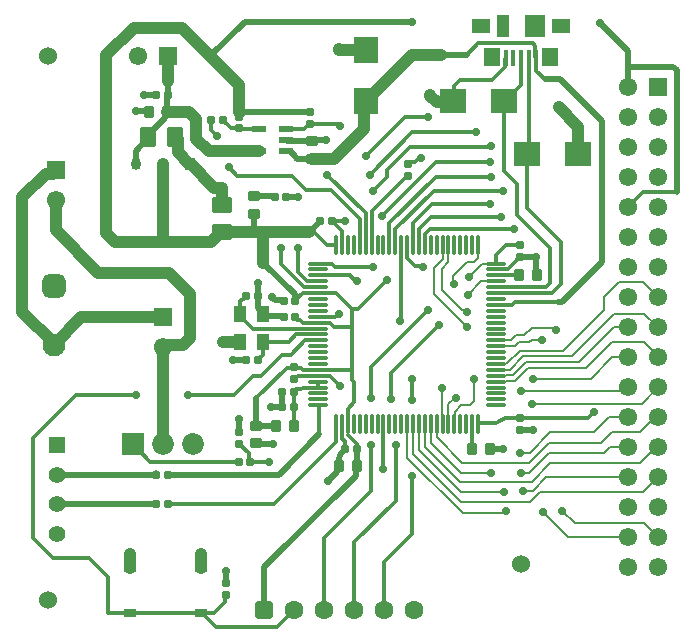
<source format=gbr>
%TF.GenerationSoftware,Altium Limited,Altium Designer,25.5.2 (35)*%
G04 Layer_Physical_Order=1*
G04 Layer_Color=255*
%FSLAX45Y45*%
%MOMM*%
%TF.SameCoordinates,B6F2B0AA-6BD2-4F7B-97A5-C3F0DAB7D88F*%
%TF.FilePolarity,Positive*%
%TF.FileFunction,Copper,L1,Top,Signal*%
%TF.Part,Single*%
G01*
G75*
%TA.AperFunction,Conductor*%
%ADD10C,0.50000*%
%ADD11C,0.30000*%
%TA.AperFunction,SMDPad,CuDef*%
%ADD12O,0.30000X1.80000*%
%ADD13O,1.80000X0.30000*%
G04:AMPARAMS|DCode=14|XSize=1.3mm|YSize=1.1mm|CornerRadius=0.055mm|HoleSize=0mm|Usage=FLASHONLY|Rotation=270.000|XOffset=0mm|YOffset=0mm|HoleType=Round|Shape=RoundedRectangle|*
%AMROUNDEDRECTD14*
21,1,1.30000,0.99000,0,0,270.0*
21,1,1.19000,1.10000,0,0,270.0*
1,1,0.11000,-0.49500,-0.59500*
1,1,0.11000,-0.49500,0.59500*
1,1,0.11000,0.49500,0.59500*
1,1,0.11000,0.49500,-0.59500*
%
%ADD14ROUNDEDRECTD14*%
G04:AMPARAMS|DCode=15|XSize=0.6mm|YSize=0.7mm|CornerRadius=0.075mm|HoleSize=0mm|Usage=FLASHONLY|Rotation=180.000|XOffset=0mm|YOffset=0mm|HoleType=Round|Shape=RoundedRectangle|*
%AMROUNDEDRECTD15*
21,1,0.60000,0.55000,0,0,180.0*
21,1,0.45000,0.70000,0,0,180.0*
1,1,0.15000,-0.22500,0.27500*
1,1,0.15000,0.22500,0.27500*
1,1,0.15000,0.22500,-0.27500*
1,1,0.15000,-0.22500,-0.27500*
%
%ADD15ROUNDEDRECTD15*%
%ADD16R,1.00000X0.75000*%
G04:AMPARAMS|DCode=17|XSize=0.6mm|YSize=0.7mm|CornerRadius=0.075mm|HoleSize=0mm|Usage=FLASHONLY|Rotation=270.000|XOffset=0mm|YOffset=0mm|HoleType=Round|Shape=RoundedRectangle|*
%AMROUNDEDRECTD17*
21,1,0.60000,0.55000,0,0,270.0*
21,1,0.45000,0.70000,0,0,270.0*
1,1,0.15000,-0.27500,-0.22500*
1,1,0.15000,-0.27500,0.22500*
1,1,0.15000,0.27500,0.22500*
1,1,0.15000,0.27500,-0.22500*
%
%ADD17ROUNDEDRECTD17*%
G04:AMPARAMS|DCode=18|XSize=0.8mm|YSize=1mm|CornerRadius=0.1mm|HoleSize=0mm|Usage=FLASHONLY|Rotation=90.000|XOffset=0mm|YOffset=0mm|HoleType=Round|Shape=RoundedRectangle|*
%AMROUNDEDRECTD18*
21,1,0.80000,0.80000,0,0,90.0*
21,1,0.60000,1.00000,0,0,90.0*
1,1,0.20000,0.40000,0.30000*
1,1,0.20000,0.40000,-0.30000*
1,1,0.20000,-0.40000,-0.30000*
1,1,0.20000,-0.40000,0.30000*
%
%ADD18ROUNDEDRECTD18*%
%ADD19R,0.87213X1.00429*%
G04:AMPARAMS|DCode=20|XSize=0.8mm|YSize=1mm|CornerRadius=0.1mm|HoleSize=0mm|Usage=FLASHONLY|Rotation=0.000|XOffset=0mm|YOffset=0mm|HoleType=Round|Shape=RoundedRectangle|*
%AMROUNDEDRECTD20*
21,1,0.80000,0.80000,0,0,0.0*
21,1,0.60000,1.00000,0,0,0.0*
1,1,0.20000,0.30000,-0.40000*
1,1,0.20000,-0.30000,-0.40000*
1,1,0.20000,-0.30000,0.40000*
1,1,0.20000,0.30000,0.40000*
%
%ADD20ROUNDEDRECTD20*%
G04:AMPARAMS|DCode=21|XSize=1.4mm|YSize=1.7mm|CornerRadius=0.175mm|HoleSize=0mm|Usage=FLASHONLY|Rotation=180.000|XOffset=0mm|YOffset=0mm|HoleType=Round|Shape=RoundedRectangle|*
%AMROUNDEDRECTD21*
21,1,1.40000,1.35000,0,0,180.0*
21,1,1.05000,1.70000,0,0,180.0*
1,1,0.35000,-0.52500,0.67500*
1,1,0.35000,0.52500,0.67500*
1,1,0.35000,0.52500,-0.67500*
1,1,0.35000,-0.52500,-0.67500*
%
%ADD21ROUNDEDRECTD21*%
G04:AMPARAMS|DCode=22|XSize=1.4mm|YSize=1.7mm|CornerRadius=0.175mm|HoleSize=0mm|Usage=FLASHONLY|Rotation=270.000|XOffset=0mm|YOffset=0mm|HoleType=Round|Shape=RoundedRectangle|*
%AMROUNDEDRECTD22*
21,1,1.40000,1.35000,0,0,270.0*
21,1,1.05000,1.70000,0,0,270.0*
1,1,0.35000,-0.67500,-0.52500*
1,1,0.35000,-0.67500,0.52500*
1,1,0.35000,0.67500,0.52500*
1,1,0.35000,0.67500,-0.52500*
%
%ADD22ROUNDEDRECTD22*%
%ADD23R,1.20000X0.60000*%
%ADD24R,2.12000X2.28000*%
%ADD25R,2.28000X2.12000*%
%TA.AperFunction,ConnectorPad*%
%ADD26R,0.45000X1.38000*%
%TA.AperFunction,SMDPad,CuDef*%
G04:AMPARAMS|DCode=27|XSize=1.00429mm|YSize=0.87213mm|CornerRadius=0.43606mm|HoleSize=0mm|Usage=FLASHONLY|Rotation=270.000|XOffset=0mm|YOffset=0mm|HoleType=Round|Shape=RoundedRectangle|*
%AMROUNDEDRECTD27*
21,1,1.00429,0.00000,0,0,270.0*
21,1,0.13216,0.87213,0,0,270.0*
1,1,0.87213,0.00000,-0.06608*
1,1,0.87213,0.00000,0.06608*
1,1,0.87213,0.00000,0.06608*
1,1,0.87213,0.00000,-0.06608*
%
%ADD27ROUNDEDRECTD27*%
G04:AMPARAMS|DCode=28|XSize=1.00429mm|YSize=3.18213mm|CornerRadius=0.43687mm|HoleSize=0mm|Usage=FLASHONLY|Rotation=270.000|XOffset=0mm|YOffset=0mm|HoleType=Round|Shape=RoundedRectangle|*
%AMROUNDEDRECTD28*
21,1,1.00429,2.30840,0,0,270.0*
21,1,0.13056,3.18213,0,0,270.0*
1,1,0.87373,-1.15420,-0.06528*
1,1,0.87373,-1.15420,0.06528*
1,1,0.87373,1.15420,0.06528*
1,1,0.87373,1.15420,-0.06528*
%
%ADD28ROUNDEDRECTD28*%
%TA.AperFunction,ConnectorPad*%
%ADD29R,1.42500X1.55000*%
%ADD30R,1.00000X1.90000*%
%ADD31R,1.80000X1.90000*%
%ADD32R,1.65000X1.30000*%
%TA.AperFunction,Conductor*%
%ADD33C,0.20000*%
%ADD34C,1.00000*%
%TA.AperFunction,ComponentPad*%
%ADD35C,1.60000*%
%TA.AperFunction,ViaPad*%
%ADD36C,1.52400*%
%TA.AperFunction,ComponentPad*%
%ADD37C,1.85000*%
G04:AMPARAMS|DCode=38|XSize=1.95mm|YSize=1.95mm|CornerRadius=0.4875mm|HoleSize=0mm|Usage=FLASHONLY|Rotation=270.000|XOffset=0mm|YOffset=0mm|HoleType=Round|Shape=RoundedRectangle|*
%AMROUNDEDRECTD38*
21,1,1.95000,0.97500,0,0,270.0*
21,1,0.97500,1.95000,0,0,270.0*
1,1,0.97500,-0.48750,-0.48750*
1,1,0.97500,-0.48750,0.48750*
1,1,0.97500,0.48750,0.48750*
1,1,0.97500,0.48750,-0.48750*
%
%ADD38ROUNDEDRECTD38*%
%ADD39C,1.55000*%
%ADD40R,1.55000X1.55000*%
G04:AMPARAMS|DCode=41|XSize=1.6mm|YSize=1.6mm|CornerRadius=0.4mm|HoleSize=0mm|Usage=FLASHONLY|Rotation=0.000|XOffset=0mm|YOffset=0mm|HoleType=Round|Shape=RoundedRectangle|*
%AMROUNDEDRECTD41*
21,1,1.60000,0.80000,0,0,0.0*
21,1,0.80000,1.60000,0,0,0.0*
1,1,0.80000,0.40000,-0.40000*
1,1,0.80000,-0.40000,-0.40000*
1,1,0.80000,-0.40000,0.40000*
1,1,0.80000,0.40000,0.40000*
%
%ADD41ROUNDEDRECTD41*%
%ADD42C,1.95000*%
%ADD43C,1.40000*%
%ADD44R,1.40000X1.40000*%
%ADD45R,1.55000X1.55000*%
%ADD46R,1.85000X1.85000*%
%TA.AperFunction,ViaPad*%
%ADD47C,0.70000*%
D10*
X8769313Y7023038D02*
G03*
X8760000Y6993976I40687J-29062D01*
G01*
X10035000Y7080000D02*
X10150000D01*
X8070000Y8370000D02*
Y8480000D01*
X8070000Y8370000D02*
X8070000Y8370000D01*
X8070000Y8270000D02*
Y8370000D01*
X10290000Y7240000D02*
X10400000D01*
X10400000Y7240000D01*
X6965000Y6070000D02*
X6990000Y6065000D01*
X7800000Y5940000D02*
Y6040000D01*
X7860000Y7830000D02*
X7970000D01*
X8062500Y7122500D02*
X8197500D01*
X8200000Y7120000D01*
X8180000Y7430000D02*
X8280000D01*
Y7560000D01*
X8115000Y8215000D02*
Y8225000D01*
X8130000Y8200000D02*
X8285000D01*
X8115000Y8215000D02*
X8130000Y8200000D01*
X8285000D02*
X8290000Y8195000D01*
Y8190000D02*
Y8195000D01*
X7043827Y9936173D02*
X7148827D01*
X7040000Y9940000D02*
X7043827Y9936173D01*
X7148827D02*
X7155000Y9930000D01*
X7110000Y10070000D02*
X7210000D01*
X8070000Y8270000D02*
X8115000Y8225000D01*
X8285000Y8340000D02*
X8290000Y8335000D01*
Y8330000D02*
Y8335000D01*
X8190000Y8360000D02*
X8195412D01*
X8215412Y8340000D02*
X8285000D01*
X8195412Y8360000D02*
X8215412Y8340000D01*
X8315000Y9210000D02*
X8320000Y9210000D01*
X8315000Y9690000D02*
X8317500Y9687500D01*
X8320000Y9210000D02*
X8415000D01*
X8317500Y9687500D02*
X8527500D01*
X8769313Y7023038D02*
X8810000Y7080000D01*
X10430000Y8575000D02*
Y8700000D01*
Y8575000D02*
X10435000Y8550000D01*
X10290000Y8700000D02*
X10430000D01*
X8527500Y9687500D02*
X8530000Y9685000D01*
X8555000Y9690000D02*
X8650000D01*
X8530000Y9685000D02*
X8555000Y9690000D01*
X8760000Y6920000D02*
Y6993976D01*
X8663827Y6803827D02*
X8745000Y6885000D01*
Y6915000D02*
X8760000Y6930000D01*
X8745000Y6885000D02*
Y6915000D01*
X7910000Y7220000D02*
Y7330000D01*
X8124000Y5710000D02*
Y6074000D01*
X8899896Y6849896D01*
X8385000Y8335000D02*
X8390000Y8330000D01*
X8117850Y8652150D02*
X8385000Y8385000D01*
Y8335000D02*
Y8385000D01*
X7910000Y9890000D02*
X7915000D01*
X7955000Y9930000D01*
X8510000D01*
X8899896Y6919896D02*
X8910000Y6930000D01*
X8899896Y6849896D02*
Y6919896D01*
X8910000Y6930000D02*
Y7080000D01*
X8062500Y7272500D02*
X8222500D01*
X8060000Y7275000D02*
Y7504246D01*
X7670000Y10400000D02*
X7960000Y10690000D01*
X9380000D01*
X10970000Y10680000D02*
X11206000Y10444000D01*
X8040000Y8915700D02*
Y9065000D01*
X8510700Y8915700D02*
X8527500Y8932500D01*
X8600000Y9005000D01*
X11206000Y10138000D02*
Y10310000D01*
Y10444000D01*
Y10310000D02*
X11590710D01*
X11620000Y9250000D02*
Y10280710D01*
X11590710Y10310000D02*
X11620000Y10280710D01*
X7310000Y6860000D02*
X8250000D01*
X8590000Y7200000D01*
X7310000Y10070000D02*
Y10190000D01*
X8215000Y9210000D02*
Y9210000D01*
X8210000Y9215000D02*
X8215000Y9210000D01*
X8040000Y9215000D02*
X8210000D01*
X6370000Y6860000D02*
X7205000D01*
X7210000Y6865000D02*
Y6870000D01*
X7205000Y6860000D02*
X7210000Y6865000D01*
X6370000Y6610000D02*
X7210000D01*
X7290000Y9879300D02*
Y9915000D01*
X7145700Y9735000D02*
X7290000Y9879300D01*
Y9915000D02*
X7305000Y9930000D01*
X7145700Y9705000D02*
Y9735000D01*
X7040000Y9496678D02*
X7047178Y9489500D01*
X7040000Y9496678D02*
Y9599300D01*
X7145700Y9705000D01*
X7307500Y9942500D02*
Y10067500D01*
X7310000Y10070000D01*
X9624500Y10410000D02*
X9840000D01*
X10500000Y10210000D02*
X10630000D01*
X10990000Y8660000D02*
Y9850000D01*
X10630000Y10210000D02*
X10990000Y9850000D01*
X10650000Y8320000D02*
X10990000Y8660000D01*
X10610000Y8320000D02*
X10650000D01*
X8315000Y9595000D02*
X8345000D01*
X8405000Y9535000D02*
X8530000D01*
X8345000Y9595000D02*
X8375710Y9564290D01*
Y9564289D02*
X8405000Y9535000D01*
X8375710Y9564289D02*
Y9564290D01*
D11*
X10091282Y7299571D02*
G03*
X10106166Y7303523I0J30001D01*
G01*
X10177966Y7340000D02*
G03*
X10163082Y7336047I1J-30001D01*
G01*
X7925000Y8205000D02*
X8033900Y8096100D01*
X8581100D01*
X7955000Y8350000D02*
X7970000Y8365000D01*
X7925000Y8325000D02*
X7950000Y8350000D01*
X7970000Y8365000D02*
Y8370000D01*
X7925000Y8215000D02*
Y8325000D01*
X7950000Y8350000D02*
X7955000D01*
X8886000Y5710000D02*
Y6286000D01*
X9240000Y6640000D01*
Y7110000D01*
X9200000Y7720000D02*
X9610000Y8130000D01*
X9200000Y7500000D02*
Y7720000D01*
X7700000Y5690000D02*
X7792877Y5782877D01*
Y5832877D01*
X7800000Y5840000D01*
X7602500Y5690000D02*
X7722500Y5570000D01*
X8238000D01*
X8378000Y5710000D01*
X7590000Y5690000D02*
X7602500D01*
X7700000D01*
X8476100Y7996100D02*
X8581100D01*
X8280000Y7870000D02*
X8350000D01*
X8476100Y7996100D01*
X8210000Y7800000D02*
Y7800000D01*
X8100000Y7690000D02*
X8210000Y7800000D01*
Y7800000D02*
X8280000Y7870000D01*
X8030000Y7690000D02*
X8100000D01*
X7870000Y7530000D02*
X8030000Y7690000D01*
X7480000Y7530000D02*
X7870000D01*
X6530000D02*
X7040000D01*
X6170000Y7170000D02*
X6530000Y7530000D01*
X6990000Y5690000D02*
X7590000D01*
X6800000D02*
X6990000D01*
X6170000Y6320000D02*
Y7170000D01*
Y6320000D02*
X6340000Y6150000D01*
X6640000D01*
X6800000Y5690000D02*
Y5990000D01*
X6640000Y6150000D02*
X6800000Y5990000D01*
X8060000Y7125000D02*
X8062500Y7122500D01*
X8380000Y7670000D02*
X8385000D01*
X8411100Y7696100D01*
X8810000Y7080000D02*
Y7140000D01*
X8786100Y7163900D02*
Y7291100D01*
X8581100Y7696100D02*
X8680000D01*
X8411100D02*
X8581100D01*
Y8196100D02*
X8725276D01*
X8680000Y7696100D02*
X8766100Y7610000D01*
X8725276Y8196100D02*
X8749176Y8220000D01*
X8760000D01*
X8786100Y7163900D02*
X8810000Y7140000D01*
X10186810Y8596100D02*
X10270000Y8679289D01*
X10091100Y8596100D02*
X10186810D01*
X10270000Y8685000D02*
X10285000Y8700000D01*
X10270000Y8679289D02*
Y8685000D01*
X8700000Y9005000D02*
X8786100Y8918900D01*
X8700000Y9005000D02*
Y9010000D01*
X8810000D01*
X8786100Y8801100D02*
Y8918900D01*
X9340000Y9490000D02*
X9355000Y9505000D01*
X9404176D01*
X9439176Y9540000D02*
X9450000D01*
X9404176Y9505000D02*
X9439176Y9540000D01*
X9723500Y10020000D02*
X9733426Y10029926D01*
X10285000Y8700000D02*
X10290000D01*
X9733426Y10029926D02*
Y10153426D01*
X9780000Y10200000D01*
X10051997D01*
X10162500Y10310503D01*
Y10381500D01*
X10170000Y10389000D01*
X8060000Y7275000D02*
X8062500Y7272500D01*
X8222500D02*
X8225000Y7270000D01*
X8060000Y7504246D02*
X8320754Y7765000D01*
X8380000Y7770000D02*
X8387123Y7762877D01*
X8320754Y7765000D02*
X8375000D01*
X8380000Y7770000D01*
X8387123Y7762877D02*
X8437123D01*
X8453900Y7746100D02*
X8581100D01*
X8437123Y7762877D02*
X8453900Y7746100D01*
Y8146100D02*
X8581100D01*
X8405000Y8170000D02*
X8430000D01*
X8453900Y8146100D01*
X8390000Y8185000D02*
Y8190000D01*
Y8185000D02*
X8405000Y8170000D01*
X8390000Y8335000D02*
X8451100Y8396100D01*
X8836100Y7291100D02*
Y7416100D01*
X8890000Y7470000D02*
Y7642604D01*
X8836100Y7416100D02*
X8890000Y7470000D01*
X8910000Y7080000D02*
Y7120000D01*
X10091100Y8646100D02*
Y8721100D01*
X10170000Y8800000D01*
X10290000D01*
X10270000Y7340000D02*
X10290000Y7340000D01*
X10106166Y7303523D02*
X10163082Y7336047D01*
X9936100Y7291100D02*
Y7299571D01*
X8836100Y7193900D02*
X8910000Y7120000D01*
X8451100Y8396100D02*
X8581100D01*
Y8146100D02*
X8683900D01*
X8720000Y8110000D01*
X8581100Y7746100D02*
X8870000D01*
X8658900Y8801100D02*
X8736100D01*
X8544300Y8915700D02*
X8658900Y8801100D01*
X8600000Y9005000D02*
Y9010000D01*
X8505700Y8915700D02*
X8510700D01*
X8544300D01*
X8920000Y8260000D02*
X9170000Y8510000D01*
X8870000Y8260000D02*
X8920000D01*
X8581100Y8396100D02*
X8733900D01*
X8870000Y8260000D01*
Y7662603D02*
X8890000Y7642604D01*
X8720000Y8110000D02*
X8870000D01*
X10870000Y7340000D02*
X10920000Y7390000D01*
X10290000Y7340000D02*
X10870000D01*
X8870000Y7662603D02*
Y8260000D01*
X9936100Y7299571D02*
X10091282D01*
X10177967Y7340000D02*
X10270000D01*
X11206000Y9122000D02*
X11334000Y9250000D01*
X11620000D01*
X8581100Y7446100D02*
X8590000D01*
Y7200000D02*
Y7446100D01*
X8632000Y5710000D02*
Y6322000D01*
X9030000Y7770000D02*
X9510000Y8250000D01*
X9030000Y7510000D02*
Y7770000D01*
X8632000Y6322000D02*
X9030000Y6720000D01*
Y7110000D01*
X9140000Y5710000D02*
Y6120000D01*
X8485389Y8496100D02*
X8581100D01*
X8410000Y8571490D02*
X8485389Y8496100D01*
X8410000Y8571490D02*
Y8780000D01*
X9020000Y9400000D02*
X9380000Y9760000D01*
X9920000D01*
X9236100Y8801100D02*
Y8936100D01*
X9560000Y9260000D01*
X10150000D01*
X9486100Y8801100D02*
Y8896810D01*
X9529290Y8940000D01*
X10240000D01*
X9580000Y9380000D02*
X10050000D01*
X9186100Y8801100D02*
Y8986100D01*
X9580000Y9380000D01*
X9436100Y8801100D02*
Y8936100D01*
X9540000Y9040000D01*
X10130000D01*
X8730000Y8620000D02*
X9050000D01*
X8703900Y8646100D02*
X8730000Y8620000D01*
X8581100Y8646100D02*
X8703900D01*
X9120000Y9050000D02*
X9580000Y9510000D01*
X10040000D01*
X9380000Y7490000D02*
Y7670000D01*
X9140000Y6120000D02*
X9380000Y6360000D01*
Y6850000D01*
X9286100Y8166100D02*
Y8801100D01*
X9280000Y8160000D02*
X9286100Y8166100D01*
X8464679Y8446100D02*
X8581100D01*
X8270000Y8640779D02*
Y8780000D01*
Y8640779D02*
X8464679Y8446100D01*
X8990000Y9560000D02*
X9320000Y9890000D01*
X9510000D01*
X8899176Y8500000D02*
X8910000D01*
X8853076Y8546100D02*
X8899176Y8500000D01*
X8581100Y8546100D02*
X8853076D01*
X9050000Y9260000D02*
X9170000Y9380000D01*
Y9440000D01*
X9362347Y9632346D01*
X10042346D01*
X10050000Y9640000D01*
X9336100Y8693900D02*
Y8801100D01*
Y8693900D02*
X9402346Y8627654D01*
X9462347D01*
X9470000Y8620000D01*
X9386100Y8801100D02*
Y8986100D01*
X9550000Y9150000D01*
X10040000D01*
X7162000Y6970000D02*
X7910000D01*
X8210000Y6610000D02*
X8736100Y7136100D01*
X7310000Y6610000D02*
X8210000D01*
X7012000Y7120000D02*
X7162000Y6970000D01*
X7910000Y7120000D02*
X7915000D01*
X7995000Y7040000D01*
Y6985000D02*
Y7040000D01*
Y6985000D02*
X8010000Y6970000D01*
X8170000D01*
X9130000Y6910000D02*
X9136100Y6916100D01*
Y7291100D01*
X10091100Y8396100D02*
X10566100D01*
X10640000Y8470000D01*
X10156500Y9433500D02*
Y10020000D01*
X10270000Y9060000D02*
X10550000Y8780000D01*
X10270000Y9060000D02*
Y9320000D01*
X10156500Y9433500D02*
X10270000Y9320000D01*
X10365000Y9581500D02*
Y10389000D01*
X10353500Y9570000D02*
X10365000Y9581500D01*
X10353500Y9116500D02*
X10640000Y8830000D01*
X10353500Y9116500D02*
Y9570000D01*
X10516100Y8446100D02*
X10550000Y8480000D01*
X10091100Y8446100D02*
X10516100D01*
X10550000Y8480000D02*
Y8780000D01*
X8115000Y7985000D02*
X8335000D01*
X8396100Y8046100D02*
X8581100D01*
X8335000Y7985000D02*
X8396100Y8046100D01*
X8115000Y7875000D02*
Y7985000D01*
X8097426Y7857426D02*
X8115000Y7875000D01*
X8092426Y7857426D02*
X8097426D01*
X8070000Y7835000D02*
X8092426Y7857426D01*
X8070000Y7830000D02*
Y7835000D01*
X8736100Y7136100D02*
Y7291100D01*
X8739176Y9830000D02*
X8759176Y9810000D01*
X8505000Y9830000D02*
X8739176D01*
X8759176Y9810000D02*
X8770000D01*
X8505000Y9830000D02*
X8505000Y9830000D01*
X7680000Y9780000D02*
Y9860000D01*
Y9780000D02*
X7730000Y9730000D01*
X7830000Y9460000D02*
X7900000Y9390000D01*
X8360000D01*
X8936100Y8801100D02*
Y9023900D01*
X8690000Y9270000D02*
X8936100Y9023900D01*
X8480000Y9270000D02*
X8690000D01*
X8360000Y9390000D02*
X8480000Y9270000D01*
X10640000Y8470000D02*
Y8830000D01*
X8375000Y7425000D02*
X8380000Y7430000D01*
X8375000Y7270000D02*
Y7425000D01*
X9036100Y8801100D02*
Y9091100D01*
X9335000Y9390000D01*
X9340000D01*
X7847877Y9792123D02*
X7907877D01*
X7795000Y9840000D02*
X7800000D01*
X7780000Y9855000D02*
X7795000Y9840000D01*
X7780000Y9855000D02*
Y9860000D01*
X7800000Y9840000D02*
X7847877Y9792123D01*
X7907877D02*
X7912500Y9787500D01*
X8660000Y9400000D02*
X8986100Y9073900D01*
Y8801100D02*
Y9073900D01*
X10164500Y10020000D02*
X10300000Y10155500D01*
Y10389000D01*
X10422500Y10396500D02*
X10430000Y10389000D01*
Y10280000D02*
Y10389000D01*
Y10280000D02*
X10500000Y10210000D01*
X9940000Y10510000D02*
X10400000D01*
X9840000Y10410000D02*
X9940000Y10510000D01*
X10422500Y10396500D02*
Y10487500D01*
X10400000Y10510000D02*
X10422500Y10487500D01*
X10250000Y8320000D02*
X10610000D01*
X10226100Y8296100D02*
X10250000Y8320000D01*
X10091100Y8296100D02*
X10226100D01*
X10281100Y8546100D02*
X10285000Y8550000D01*
X10091100Y8546100D02*
X10281100D01*
X8380000Y7430000D02*
Y7560000D01*
Y7565000D02*
X8395000Y7580000D01*
X8440000D01*
X8456100Y7596100D01*
X8581100D01*
Y7646100D01*
X9885000Y7080000D02*
X9886100Y7081100D01*
Y7291100D01*
X8315000Y9785000D02*
X8460000D01*
X8505000Y9830000D01*
X7912500Y9787500D02*
X8082500D01*
X8085000Y9785000D01*
D12*
X8836100Y8801100D02*
D03*
X8886100D02*
D03*
X8936100D02*
D03*
X9036100D02*
D03*
X9086100D02*
D03*
X9136100D02*
D03*
X9186100D02*
D03*
X9236100D02*
D03*
X9286100D02*
D03*
X9336100D02*
D03*
X9386100D02*
D03*
X9436100D02*
D03*
X9486100D02*
D03*
X9536100D02*
D03*
X9586100D02*
D03*
X9636100D02*
D03*
X9686100D02*
D03*
X9736100D02*
D03*
X9786100D02*
D03*
X9836100D02*
D03*
X9886100D02*
D03*
X9936100D02*
D03*
X9886100Y7291100D02*
D03*
X9836100D02*
D03*
X9786100D02*
D03*
X9736100D02*
D03*
X9686100D02*
D03*
X9636100D02*
D03*
X9586100D02*
D03*
X9536100D02*
D03*
X9486100D02*
D03*
X9436100D02*
D03*
X9386100D02*
D03*
X9336100D02*
D03*
X9286100D02*
D03*
X9236100D02*
D03*
X9186100D02*
D03*
X9136100D02*
D03*
X9086100D02*
D03*
X9036100D02*
D03*
X8986100D02*
D03*
X8936100D02*
D03*
X8886100D02*
D03*
X8736100D02*
D03*
X8836100D02*
D03*
X9936100D02*
D03*
X8736100Y8801100D02*
D03*
X8986100D02*
D03*
X8786100Y7291100D02*
D03*
Y8801100D02*
D03*
D13*
X10091100Y8546100D02*
D03*
Y8496100D02*
D03*
Y8446100D02*
D03*
Y8396100D02*
D03*
Y8346100D02*
D03*
Y8246100D02*
D03*
Y8196100D02*
D03*
Y8146100D02*
D03*
Y8096100D02*
D03*
Y8046100D02*
D03*
Y7996100D02*
D03*
Y7946100D02*
D03*
Y7896100D02*
D03*
Y7846100D02*
D03*
Y7796100D02*
D03*
Y7746100D02*
D03*
Y7696100D02*
D03*
Y7646100D02*
D03*
Y7596100D02*
D03*
Y7546100D02*
D03*
Y7496100D02*
D03*
Y7446100D02*
D03*
X8581100D02*
D03*
Y7496100D02*
D03*
Y7546100D02*
D03*
Y7596100D02*
D03*
Y7646100D02*
D03*
Y7796100D02*
D03*
Y7846100D02*
D03*
Y7896100D02*
D03*
Y7946100D02*
D03*
Y7996100D02*
D03*
Y8046100D02*
D03*
Y8246100D02*
D03*
Y8296100D02*
D03*
Y8346100D02*
D03*
Y8446100D02*
D03*
Y8496100D02*
D03*
Y8546100D02*
D03*
Y8596100D02*
D03*
Y8646100D02*
D03*
X10091100Y8296100D02*
D03*
X8581100Y8396100D02*
D03*
Y8146100D02*
D03*
Y7746100D02*
D03*
X10091100Y8646100D02*
D03*
X8581100Y8096100D02*
D03*
Y7696100D02*
D03*
Y8196100D02*
D03*
X10091100Y8596100D02*
D03*
D14*
X7925000Y8215000D02*
D03*
Y7985000D02*
D03*
X8115000Y8215000D02*
D03*
Y7985000D02*
D03*
D15*
X7970000Y8370000D02*
D03*
X8280000Y7430000D02*
D03*
Y7560000D02*
D03*
X7970000Y7830000D02*
D03*
X8290000Y8190000D02*
D03*
X7210000Y10070000D02*
D03*
X8290000Y8330000D02*
D03*
X8315000Y9210000D02*
D03*
X8810000Y7080000D02*
D03*
X8700000Y9010000D02*
D03*
X8070000Y8370000D02*
D03*
X8390000Y8190000D02*
D03*
Y8330000D02*
D03*
X8910000Y7080000D02*
D03*
X8600000Y9010000D02*
D03*
X7310000Y6860000D02*
D03*
X7210000D02*
D03*
Y6610000D02*
D03*
X8380000Y7560000D02*
D03*
X7910000Y6970000D02*
D03*
X8010000D02*
D03*
X8070000Y7830000D02*
D03*
X7310000Y6610000D02*
D03*
X7680000Y9860000D02*
D03*
X8380000Y7430000D02*
D03*
X7310000Y10070000D02*
D03*
X7780000Y9860000D02*
D03*
X8215000Y9210000D02*
D03*
D16*
X7590000Y5690000D02*
D03*
X6990000D02*
D03*
X7590000Y6065000D02*
D03*
X6990000D02*
D03*
D17*
X7800000Y5840000D02*
D03*
Y5940000D02*
D03*
X7910000Y7220000D02*
D03*
X8380000Y7670000D02*
D03*
X10290000Y7240000D02*
D03*
Y8700000D02*
D03*
X9340000Y9490000D02*
D03*
X8380000Y7770000D02*
D03*
X7910000Y9890000D02*
D03*
X8510000Y9930000D02*
D03*
X10290000Y8800000D02*
D03*
Y7340000D02*
D03*
X7910000Y7120000D02*
D03*
X9340000Y9390000D02*
D03*
X8510000Y9830000D02*
D03*
X7910000Y9790000D02*
D03*
D18*
X8060000Y7125000D02*
D03*
X8530000Y9685000D02*
D03*
X8060000Y7275000D02*
D03*
X8040000Y9065000D02*
D03*
X8530000Y9535000D02*
D03*
X8040000Y9215000D02*
D03*
D19*
X7499000Y9489500D02*
D03*
D20*
X7155000Y9930000D02*
D03*
X8760000Y6930000D02*
D03*
X10035000Y7080000D02*
D03*
X10435000Y8550000D02*
D03*
X8225000Y7270000D02*
D03*
X8910000Y6930000D02*
D03*
X10285000Y8550000D02*
D03*
X8375000Y7270000D02*
D03*
X9885000Y7080000D02*
D03*
X7305000Y9930000D02*
D03*
D21*
X7374300Y9720000D02*
D03*
X7145700D02*
D03*
D22*
X7770000Y9144300D02*
D03*
Y8915700D02*
D03*
D23*
X8315000Y9690000D02*
D03*
Y9595000D02*
D03*
Y9785000D02*
D03*
X8085000Y9595000D02*
D03*
Y9785000D02*
D03*
D24*
X8990000Y10456500D02*
D03*
Y10023500D02*
D03*
D25*
X10786500Y9570000D02*
D03*
X9723500Y10020000D02*
D03*
X10353500Y9570000D02*
D03*
X10156500Y10020000D02*
D03*
D26*
X10170000Y10389000D02*
D03*
X10365000D02*
D03*
X10300000D02*
D03*
X10430000D02*
D03*
X10235000D02*
D03*
D27*
X7270000Y9489500D02*
D03*
X7041000D02*
D03*
D28*
X7270000Y8830500D02*
D03*
D29*
X10051250Y10397500D02*
D03*
X10548750D02*
D03*
D30*
X10145000Y10655000D02*
D03*
D31*
X10415000D02*
D03*
D32*
X9962500D02*
D03*
X10637500D02*
D03*
D33*
X9966100Y8496100D02*
X10091100D01*
X9850000Y8380000D02*
X9966100Y8496100D01*
X10089187Y8644187D02*
X10091100Y8646100D01*
X9860000Y8530000D02*
X9974187Y8644187D01*
X10089187D01*
X9936100Y8696100D02*
Y8801100D01*
X9840000Y8660000D02*
X9900000D01*
X9936100Y8696100D01*
X9725001Y8475000D02*
Y8545001D01*
Y8475000D02*
X9730000Y8470000D01*
X9725001Y8545001D02*
X9840000Y8660000D01*
X10156470Y6550000D02*
X10170000D01*
X10136470Y6530000D02*
X10156470Y6550000D01*
X9810000Y6530000D02*
X10136470D01*
X9336100Y7003900D02*
X9810000Y6530000D01*
X9636100Y8686100D02*
Y8801100D01*
X9560000Y8390000D02*
Y8610000D01*
X9636100Y8686100D01*
X9560000Y8390000D02*
X9840000Y8110000D01*
X9634187Y7293013D02*
X9636100Y7291100D01*
X9634187Y7293013D02*
Y7585813D01*
X9630000Y7590000D02*
X9634187Y7585813D01*
X11128953Y7572169D02*
X11180169D01*
X11206000Y7598000D01*
X10300000Y7570000D02*
X11126784D01*
X11128953Y7572169D01*
X10091100Y7646100D02*
X10168806D01*
X10173806Y7651100D01*
X10251100D01*
X11460000Y7852000D02*
Y7860000D01*
X10251100Y7651100D02*
X10360000Y7760000D01*
X10850000D02*
X11070000Y7980000D01*
X11340000D01*
X11460000Y7860000D01*
X10360000Y7760000D02*
X10850000D01*
X9486100Y7093900D02*
Y7291100D01*
X11440000Y7090000D02*
X11460000D01*
X9486100Y7093900D02*
X9780000Y6800000D01*
X11310000Y6960000D02*
X11440000Y7090000D01*
X9780000Y6800000D02*
X10390000D01*
X10550000Y6960000D02*
X11310000D01*
X10390000Y6800000D02*
X10550000Y6960000D01*
X10091100Y7946100D02*
X10246100D01*
X10280000Y7980000D01*
X10370000D01*
X10390000Y8000000D01*
X10480000D01*
X10490000Y6540000D02*
X10702000Y6328000D01*
X11206000D01*
X9336100Y7003900D02*
Y7291100D01*
X10516000Y6836000D02*
X11206000D01*
X10320000Y6720000D02*
X10400000D01*
X10516000Y6836000D01*
X10173806Y7701100D02*
X10231418D01*
X10091100Y7696100D02*
X10168806D01*
X10173806Y7701100D01*
X11086000Y8106000D02*
X11206000D01*
X10790000Y7810000D02*
X11086000Y8106000D01*
X10231418Y7701100D02*
X10340318Y7810000D01*
X10790000D01*
X10091100Y7996100D02*
X10216100D01*
X10260000Y8040000D01*
X10754348Y6445652D02*
X11342348D01*
X11460000Y6328000D01*
X10650000Y6550000D02*
X10754348Y6445652D01*
X10566470Y8100000D02*
X10586470Y8080000D01*
X10600000D01*
X10260000Y8040000D02*
X10330000D01*
X10390000Y8100000D01*
X10566470D01*
X9686100Y7291100D02*
Y7456100D01*
X9740000Y7510000D01*
X9750000D01*
X11322000Y7460000D02*
X11460000Y7598000D01*
X10390000Y7460000D02*
X11322000D01*
X11346000Y8220000D02*
X11460000Y8106000D01*
X11090000Y8220000D02*
X11346000D01*
X10091100Y7746100D02*
X10206100D01*
X10320000Y7860000D01*
X10730000D02*
X11090000Y8220000D01*
X10320000Y7860000D02*
X10730000D01*
X9536100Y7123900D02*
Y7291100D01*
Y7123900D02*
X9790000Y6870000D01*
X10050000D01*
X10290000Y7040000D02*
X10295962Y7045962D01*
X10375962D01*
X10550000Y7220000D01*
X10920000D02*
X11044000Y7344000D01*
X11206000D01*
X10550000Y7220000D02*
X10920000D01*
X9386100Y7033900D02*
Y7291100D01*
X11334000Y6710000D02*
X11460000Y6836000D01*
X10460000Y6710000D02*
X11334000D01*
X9386100Y7033900D02*
X9790000Y6630000D01*
X10380000D01*
X10460000Y6710000D01*
X9686100Y8656100D02*
Y8801100D01*
X9630000Y8600000D02*
X9686100Y8656100D01*
X9830433Y8249567D02*
X9840000Y8240000D01*
X9630000Y8420000D02*
X9800433Y8249567D01*
X9630000Y8420000D02*
Y8600000D01*
X9800433Y8249567D02*
X9830433D01*
X9834999Y7445001D02*
X9835000Y7445000D01*
X9865000D01*
X9900000Y7480000D01*
Y7670000D01*
X9791925Y7445001D02*
X9834999D01*
X9738013Y7293013D02*
Y7391089D01*
X9736100Y7291100D02*
X9738013Y7293013D01*
Y7391089D02*
X9791925Y7445001D01*
X11072000Y7852000D02*
X11206000D01*
X10890000Y7670000D02*
X11072000Y7852000D01*
X10400000Y7670000D02*
X10890000D01*
X11330000Y8490000D02*
X11460000Y8360000D01*
X11130000Y8490000D02*
X11330000D01*
X11000000Y8360000D02*
X11130000Y8490000D01*
X11000000Y8250000D02*
Y8360000D01*
X10168806Y7796100D02*
X10173806Y7801100D01*
X10091100Y7796100D02*
X10168806D01*
X10173806Y7801100D02*
X10184740D01*
X10293640Y7910000D02*
X10660000D01*
X10184740Y7801100D02*
X10293640Y7910000D01*
X10660000D02*
X11000000Y8250000D01*
X11310000Y7220000D02*
X11434000Y7344000D01*
X11460000D01*
X9586100Y7173900D02*
Y7291100D01*
X11070000Y7220000D02*
X11310000D01*
X10980000Y7130000D02*
X11070000Y7220000D01*
X9586100Y7173900D02*
X9800000Y6960000D01*
X10370000D01*
X10540000Y7130000D02*
X10980000D01*
X10370000Y6960000D02*
X10540000Y7130000D01*
X9790000Y6710000D02*
X10160000D01*
X9436100Y7063900D02*
X9790000Y6710000D01*
X9436100Y7063900D02*
Y7291100D01*
X10540000Y7040000D02*
X11000000D01*
X11050000Y7090000D01*
X11206000D01*
X10300000Y6870000D02*
X10370000D01*
X10540000Y7040000D01*
D34*
X6990000Y6065000D02*
Y6190000D01*
X7590000Y6065000D02*
Y6190000D01*
X6990000D02*
X6990000Y6190000D01*
X7780000Y7980000D02*
X7920000D01*
X7925000Y7985000D01*
X7505179Y9489500D02*
X7704679Y9290000D01*
X7394300Y9588021D02*
Y9700000D01*
X7492821Y9489500D02*
X7505179D01*
X7394300Y9588021D02*
X7492821Y9489500D01*
X7750000Y9164300D02*
X7770000Y9144300D01*
Y9290000D01*
X7704679D02*
X7770000D01*
X7374300Y9720000D02*
X7394300Y9700000D01*
X7770000Y9144300D02*
X7770000Y9144300D01*
X8763500Y10456500D02*
X8990000D01*
X8760000Y10460000D02*
X8763500Y10456500D01*
X9713500Y10010000D02*
X9723500Y10020000D01*
X9588579Y10010000D02*
X9713500D01*
X10786500Y9570000D02*
Y9803500D01*
X10620000Y9970000D02*
X10786500Y9803500D01*
X9530000Y10068579D02*
X9588579Y10010000D01*
X9530000Y10068579D02*
Y10070000D01*
X7735000Y8895700D02*
X7755000Y8915700D01*
X7430000Y10640000D02*
X7670000Y10400000D01*
X7910000Y10160000D01*
X7020000Y10640000D02*
X7430000D01*
X7910000Y9930000D02*
Y10160000D01*
X7735000Y8889079D02*
Y8895700D01*
X7676422Y8830500D02*
X7735000Y8889079D01*
X7270000Y8830500D02*
X7676422D01*
X7270000D02*
Y9489500D01*
X7755000Y8915700D02*
X7770000D01*
X8040000D01*
X8117850D02*
X8505700D01*
X8117850Y8652150D02*
Y8915700D01*
X8040000D02*
X8117850D01*
X6790000Y10410000D02*
X7020000Y10640000D01*
X6790000Y8905000D02*
X6864500Y8830500D01*
X6790000Y8905000D02*
Y10410000D01*
X6864500Y8830500D02*
X7270000D01*
X7310000Y10190000D02*
Y10400000D01*
X7266000Y7120000D02*
X7268000Y7122000D01*
Y7938000D01*
X7280523Y7950524D01*
X6080000Y8240016D02*
Y9210000D01*
X6335000Y9407500D02*
X6362500Y9435000D01*
X6277500Y9407500D02*
X6335000D01*
X6080000Y9210000D02*
X6277500Y9407500D01*
X6080000Y8240016D02*
X6344998Y7975018D01*
X7500000Y8013462D02*
Y8390000D01*
X7319414Y7950524D02*
X7323773Y7954883D01*
X7280523Y7950524D02*
X7319414D01*
X7323773Y7954883D02*
X7441421D01*
X7500000Y8013462D01*
X7320000Y8570000D02*
X7500000Y8390000D01*
X6720000Y8570000D02*
X7320000D01*
X6362500Y8927500D02*
X6720000Y8570000D01*
X6362500Y8927500D02*
Y9185000D01*
X6344998Y7960001D02*
Y7975018D01*
Y7960001D02*
X6574997Y8190000D01*
X7270000D01*
X7491421Y9930000D02*
X7550000Y9871421D01*
Y9700000D02*
X7655000Y9595000D01*
X7305000Y9930000D02*
X7491421D01*
X7550000Y9700000D02*
Y9871421D01*
X8969500Y9789500D02*
Y10003000D01*
X8715000Y9535000D02*
X8969500Y9789500D01*
X8530000Y9535000D02*
X8715000D01*
X9376500Y10410000D02*
X9624500D01*
X8990000Y10031500D02*
X9046000Y10087500D01*
X8990000Y10023500D02*
Y10031500D01*
X9046000Y10087500D02*
X9054000D01*
X9376500Y10410000D01*
X8969500Y10003000D02*
X8990000Y10023500D01*
X7655000Y9595000D02*
X8085000D01*
D35*
X8886000Y5710000D02*
D03*
X8378000D02*
D03*
X9394000D02*
D03*
X8632000D02*
D03*
X9140000D02*
D03*
D36*
X6300000Y10400000D02*
D03*
Y5800000D02*
D03*
X10300000Y6100000D02*
D03*
D37*
X7520000Y7120000D02*
D03*
X7266000D02*
D03*
D38*
X6344998Y8460000D02*
D03*
D39*
X7060000Y10400000D02*
D03*
X11460000Y9122000D02*
D03*
X11206000D02*
D03*
Y10138000D02*
D03*
Y8106000D02*
D03*
Y7344000D02*
D03*
Y7852000D02*
D03*
X11460000Y8106000D02*
D03*
Y7344000D02*
D03*
X11206000Y6582000D02*
D03*
X11460000Y8360000D02*
D03*
Y7852000D02*
D03*
X11206000Y6074000D02*
D03*
X11460000D02*
D03*
Y8868000D02*
D03*
Y7598000D02*
D03*
Y6328000D02*
D03*
X11206000D02*
D03*
Y7598000D02*
D03*
Y8868000D02*
D03*
X11460000Y6836000D02*
D03*
Y8614000D02*
D03*
Y9884000D02*
D03*
Y9376000D02*
D03*
X11206000Y9884000D02*
D03*
X11460000Y9630000D02*
D03*
X11206000Y6836000D02*
D03*
X11460000Y7090000D02*
D03*
X11206000Y9376000D02*
D03*
X11460000Y6582000D02*
D03*
X11206000Y7090000D02*
D03*
Y8360000D02*
D03*
Y9630000D02*
D03*
Y8614000D02*
D03*
X7270000Y7940000D02*
D03*
X6362500Y9185000D02*
D03*
D40*
X11460000Y10138000D02*
D03*
X7270000Y8190000D02*
D03*
X6362500Y9435000D02*
D03*
D41*
X8124000Y5710000D02*
D03*
D42*
X6344998Y7960001D02*
D03*
D43*
X6370000Y6360000D02*
D03*
Y6610000D02*
D03*
Y6860000D02*
D03*
D44*
Y7110000D02*
D03*
D45*
X7310000Y10400000D02*
D03*
D46*
X7012000Y7120000D02*
D03*
D47*
X10150000Y7080000D02*
D03*
X8070000Y8480000D02*
D03*
X10400000Y7240000D02*
D03*
X9610000Y8130000D02*
D03*
X9850000Y8380000D02*
D03*
X9240000Y7110000D02*
D03*
X9200000Y7500000D02*
D03*
X7480000Y7530000D02*
D03*
X7040000D02*
D03*
X6990000Y6190000D02*
D03*
X7590000D02*
D03*
X7800000Y6040000D02*
D03*
X7780000Y7980000D02*
D03*
X7860000Y7830000D02*
D03*
X8180000Y7430000D02*
D03*
X8200000Y7120000D02*
D03*
X7770000Y9290000D02*
D03*
X7040000Y9940000D02*
D03*
X7110000Y10070000D02*
D03*
X8190000Y8360000D02*
D03*
X8415000Y9210000D02*
D03*
X8766100Y7610000D02*
D03*
X8760000Y8220000D02*
D03*
X10430000Y8700000D02*
D03*
X8810000Y9010000D02*
D03*
X8650000Y9690000D02*
D03*
X8760000Y10460000D02*
D03*
X9450000Y9540000D02*
D03*
X9530000Y10070000D02*
D03*
X10620000Y9970000D02*
D03*
X8663827Y6803827D02*
D03*
X7910000Y7330000D02*
D03*
X9380000Y10690000D02*
D03*
X10970000Y10680000D02*
D03*
X9860000Y8530000D02*
D03*
X9170000Y8510000D02*
D03*
X10920000Y7390000D02*
D03*
X9510000Y8250000D02*
D03*
X9730000Y8470000D02*
D03*
X9030000Y7510000D02*
D03*
Y7110000D02*
D03*
X9840000Y8110000D02*
D03*
X9020000Y9400000D02*
D03*
X9920000Y9760000D02*
D03*
X8410000Y8780000D02*
D03*
X9630000Y7590000D02*
D03*
X10300000Y7570000D02*
D03*
X10150000Y9260000D02*
D03*
X10240000Y8940000D02*
D03*
X10490000Y6540000D02*
D03*
X10480000Y8000000D02*
D03*
X10050000Y9380000D02*
D03*
X10170000Y6550000D02*
D03*
X10320000Y6720000D02*
D03*
X10130000Y9040000D02*
D03*
X9050000Y8620000D02*
D03*
X9120000Y9050000D02*
D03*
X10040000Y9510000D02*
D03*
X10600000Y8080000D02*
D03*
X10650000Y6550000D02*
D03*
X9750000Y7510000D02*
D03*
X10390000Y7460000D02*
D03*
X10050000Y6870000D02*
D03*
X10290000Y7040000D02*
D03*
X9380000Y7490000D02*
D03*
Y7670000D02*
D03*
Y6850000D02*
D03*
X9280000Y8160000D02*
D03*
X8270000Y8780000D02*
D03*
X8990000Y9560000D02*
D03*
X9510000Y9890000D02*
D03*
X9840000Y8240000D02*
D03*
X9900000Y7670000D02*
D03*
X10400000D02*
D03*
X8910000Y8500000D02*
D03*
X9050000Y9260000D02*
D03*
X10050000Y9640000D02*
D03*
X9470000Y8620000D02*
D03*
X10160000Y6710000D02*
D03*
X10300000Y6870000D02*
D03*
X10040000Y9150000D02*
D03*
X8170000Y6970000D02*
D03*
X9130000Y6910000D02*
D03*
X8770000Y9810000D02*
D03*
X7730000Y9730000D02*
D03*
X7830000Y9460000D02*
D03*
X8660000Y9400000D02*
D03*
%TF.MD5,7a23d767f68a290e4f33a07ec3c2f85e*%
M02*

</source>
